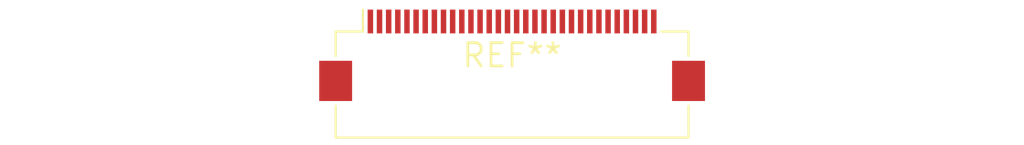
<source format=kicad_pcb>
(kicad_pcb (version 20240108) (generator pcbnew)
  (layers (0 "F.Cu" signal) (31 "B.Cu" signal) (34 "B.Paste" user) (35 "F.Paste" user) (36 "B.SilkS" user "B.Silkscreen") (37 "F.SilkS" user "F.Silkscreen") (38 "B.Mask" user) (39 "F.Mask" user) (44 "Edge.Cuts" user))
  (net 0 "")
  (footprint "Hirose_FH12-32S-0.5SH_1x32-1MP_P0.50mm_Horizontal" (layer "F.Cu") (at 0 0)
    (property "Reference" "REF**")
    (property "Value" "Hirose_FH12-32S-0.5SH_1x32-1MP_P0.50mm_Horizontal")
    (fp_line (start -9.65 -1.3) (end -9.65 0.04) (layer "F.SilkS") (stroke (width 0.12)))
    (fp_line (start -9.65 2.76) (end -9.65 4.5) (layer "F.SilkS") (stroke (width 0.12)))
    (fp_line (start -9.65 4.5) (end 9.65 4.5) (layer "F.SilkS") (stroke (width 0.12)))
    (fp_line (start -8.16 -1.3) (end -9.65 -1.3) (layer "F.SilkS") (stroke (width 0.12)))
    (fp_line (start -8.16 -1.3) (end -8.16 -2.5) (layer "F.SilkS") (stroke (width 0.12)))
    (fp_line (start 8.16 -1.3) (end 9.65 -1.3) (layer "F.SilkS") (stroke (width 0.12)))
    (fp_line (start 9.65 -1.3) (end 9.65 0.04) (layer "F.SilkS") (stroke (width 0.12)))
    (fp_line (start 9.65 4.5) (end 9.65 2.76) (layer "F.SilkS") (stroke (width 0.12)))
    (pad "1" smd rect (at -7.75 -1.85) (size 0.3 1.3) (layers "F.Cu" "F.Paste" "F.Mask"))
    (pad "2" smd rect (at -7.25 -1.85) (size 0.3 1.3) (layers "F.Cu" "F.Paste" "F.Mask"))
    (pad "3" smd rect (at -6.75 -1.85) (size 0.3 1.3) (layers "F.Cu" "F.Paste" "F.Mask"))
    (pad "4" smd rect (at -6.25 -1.85) (size 0.3 1.3) (layers "F.Cu" "F.Paste" "F.Mask"))
    (pad "5" smd rect (at -5.75 -1.85) (size 0.3 1.3) (layers "F.Cu" "F.Paste" "F.Mask"))
    (pad "6" smd rect (at -5.25 -1.85) (size 0.3 1.3) (layers "F.Cu" "F.Paste" "F.Mask"))
    (pad "7" smd rect (at -4.75 -1.85) (size 0.3 1.3) (layers "F.Cu" "F.Paste" "F.Mask"))
    (pad "8" smd rect (at -4.25 -1.85) (size 0.3 1.3) (layers "F.Cu" "F.Paste" "F.Mask"))
    (pad "9" smd rect (at -3.75 -1.85) (size 0.3 1.3) (layers "F.Cu" "F.Paste" "F.Mask"))
    (pad "10" smd rect (at -3.25 -1.85) (size 0.3 1.3) (layers "F.Cu" "F.Paste" "F.Mask"))
    (pad "11" smd rect (at -2.75 -1.85) (size 0.3 1.3) (layers "F.Cu" "F.Paste" "F.Mask"))
    (pad "12" smd rect (at -2.25 -1.85) (size 0.3 1.3) (layers "F.Cu" "F.Paste" "F.Mask"))
    (pad "13" smd rect (at -1.75 -1.85) (size 0.3 1.3) (layers "F.Cu" "F.Paste" "F.Mask"))
    (pad "14" smd rect (at -1.25 -1.85) (size 0.3 1.3) (layers "F.Cu" "F.Paste" "F.Mask"))
    (pad "15" smd rect (at -0.75 -1.85) (size 0.3 1.3) (layers "F.Cu" "F.Paste" "F.Mask"))
    (pad "16" smd rect (at -0.25 -1.85) (size 0.3 1.3) (layers "F.Cu" "F.Paste" "F.Mask"))
    (pad "17" smd rect (at 0.25 -1.85) (size 0.3 1.3) (layers "F.Cu" "F.Paste" "F.Mask"))
    (pad "18" smd rect (at 0.75 -1.85) (size 0.3 1.3) (layers "F.Cu" "F.Paste" "F.Mask"))
    (pad "19" smd rect (at 1.25 -1.85) (size 0.3 1.3) (layers "F.Cu" "F.Paste" "F.Mask"))
    (pad "20" smd rect (at 1.75 -1.85) (size 0.3 1.3) (layers "F.Cu" "F.Paste" "F.Mask"))
    (pad "21" smd rect (at 2.25 -1.85) (size 0.3 1.3) (layers "F.Cu" "F.Paste" "F.Mask"))
    (pad "22" smd rect (at 2.75 -1.85) (size 0.3 1.3) (layers "F.Cu" "F.Paste" "F.Mask"))
    (pad "23" smd rect (at 3.25 -1.85) (size 0.3 1.3) (layers "F.Cu" "F.Paste" "F.Mask"))
    (pad "24" smd rect (at 3.75 -1.85) (size 0.3 1.3) (layers "F.Cu" "F.Paste" "F.Mask"))
    (pad "25" smd rect (at 4.25 -1.85) (size 0.3 1.3) (layers "F.Cu" "F.Paste" "F.Mask"))
    (pad "26" smd rect (at 4.75 -1.85) (size 0.3 1.3) (layers "F.Cu" "F.Paste" "F.Mask"))
    (pad "27" smd rect (at 5.25 -1.85) (size 0.3 1.3) (layers "F.Cu" "F.Paste" "F.Mask"))
    (pad "28" smd rect (at 5.75 -1.85) (size 0.3 1.3) (layers "F.Cu" "F.Paste" "F.Mask"))
    (pad "29" smd rect (at 6.25 -1.85) (size 0.3 1.3) (layers "F.Cu" "F.Paste" "F.Mask"))
    (pad "30" smd rect (at 6.75 -1.85) (size 0.3 1.3) (layers "F.Cu" "F.Paste" "F.Mask"))
    (pad "31" smd rect (at 7.25 -1.85) (size 0.3 1.3) (layers "F.Cu" "F.Paste" "F.Mask"))
    (pad "32" smd rect (at 7.75 -1.85) (size 0.3 1.3) (layers "F.Cu" "F.Paste" "F.Mask"))
    (pad "MP" smd rect (at -9.65 1.4) (size 1.8 2.2) (layers "F.Cu" "F.Paste" "F.Mask"))
    (pad "MP" smd rect (at 9.65 1.4) (size 1.8 2.2) (layers "F.Cu" "F.Paste" "F.Mask"))
  )
)
</source>
